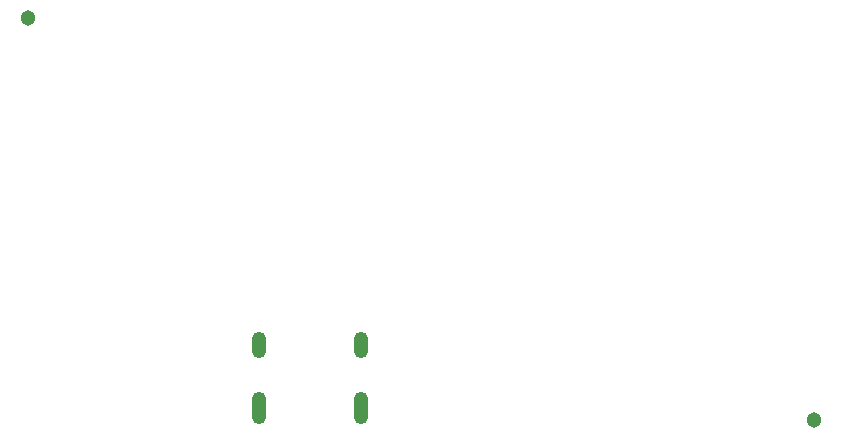
<source format=gbs>
G04*
G04 #@! TF.GenerationSoftware,Altium Limited,Altium Designer,22.9.1 (49)*
G04*
G04 Layer_Color=16711935*
%FSLAX44Y44*%
%MOMM*%
G71*
G04*
G04 #@! TF.SameCoordinates,E336FFB1-1865-4BEF-82AD-0346AAED6B04*
G04*
G04*
G04 #@! TF.FilePolarity,Negative*
G04*
G01*
G75*
G04:AMPARAMS|DCode=76|XSize=1.25mm|YSize=2.25mm|CornerRadius=0.625mm|HoleSize=0mm|Usage=FLASHONLY|Rotation=0.000|XOffset=0mm|YOffset=0mm|HoleType=Round|Shape=RoundedRectangle|*
%AMROUNDEDRECTD76*
21,1,1.2500,1.0000,0,0,0.0*
21,1,0.0000,2.2500,0,0,0.0*
1,1,1.2500,0.0000,-0.5000*
1,1,1.2500,0.0000,-0.5000*
1,1,1.2500,0.0000,0.5000*
1,1,1.2500,0.0000,0.5000*
%
%ADD76ROUNDEDRECTD76*%
G04:AMPARAMS|DCode=77|XSize=1.25mm|YSize=2.75mm|CornerRadius=0.625mm|HoleSize=0mm|Usage=FLASHONLY|Rotation=0.000|XOffset=0mm|YOffset=0mm|HoleType=Round|Shape=RoundedRectangle|*
%AMROUNDEDRECTD77*
21,1,1.2500,1.5000,0,0,0.0*
21,1,0.0000,2.7500,0,0,0.0*
1,1,1.2500,0.0000,-0.7500*
1,1,1.2500,0.0000,-0.7500*
1,1,1.2500,0.0000,0.7500*
1,1,1.2500,0.0000,0.7500*
%
%ADD77ROUNDEDRECTD77*%
%ADD78C,1.3020*%
D76*
X302680Y83740D02*
D03*
X216280D02*
D03*
D77*
X302680Y30140D02*
D03*
X216280D02*
D03*
D78*
X685800Y20320D02*
D03*
X20320Y360680D02*
D03*
M02*

</source>
